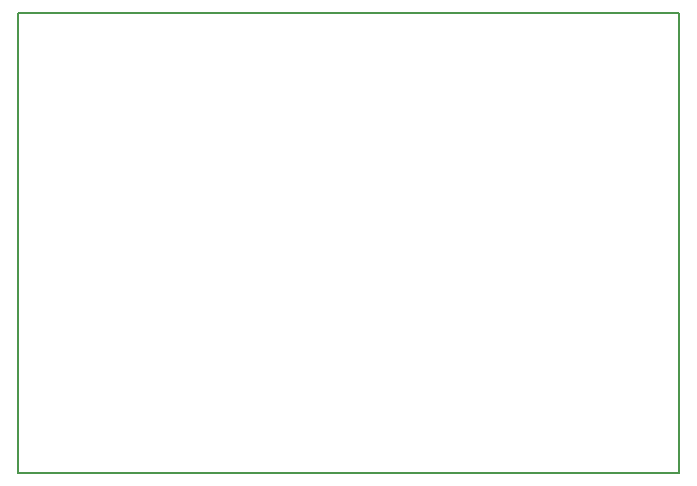
<source format=gko>
%FSLAX25Y25*%
%MOIN*%
G70*
G01*
G75*
G04 Layer_Color=16711935*
%ADD10C,0.03150*%
%ADD11R,0.11811X0.04213*%
%ADD12R,0.03500X0.03000*%
%ADD13R,0.03000X0.03500*%
%ADD14R,0.04299X0.02362*%
%ADD15O,0.05906X0.01969*%
%ADD16O,0.01969X0.05906*%
%ADD17O,0.02756X0.09843*%
%ADD18O,0.09843X0.02756*%
%ADD19R,0.04134X0.08661*%
%ADD20R,0.03937X0.04134*%
%ADD21R,0.09449X0.10236*%
%ADD22R,0.37008X0.27559*%
%ADD23C,0.01000*%
%ADD24C,0.02000*%
%ADD25C,0.04000*%
%ADD26C,0.02500*%
%ADD27C,0.03000*%
%ADD28C,0.05000*%
%ADD29R,0.06500X0.22642*%
%ADD30C,0.06000*%
%ADD31O,0.05906X0.15748*%
%ADD32R,0.06000X0.06000*%
%ADD33R,0.06000X0.06000*%
%ADD34O,0.15748X0.05906*%
%ADD35C,0.02500*%
%ADD36C,0.05000*%
%ADD37R,0.10236X0.09449*%
%ADD38R,0.06000X0.05000*%
%ADD39R,0.05000X0.06000*%
%ADD40R,0.01181X0.01772*%
%ADD41R,0.02362X0.04299*%
%ADD42R,0.07874X0.04921*%
%ADD43R,0.05512X0.06299*%
%ADD44R,0.22000X0.13500*%
%ADD45C,0.00500*%
%ADD46C,0.01969*%
%ADD47C,0.01600*%
%ADD48C,0.00600*%
%ADD49C,0.00800*%
%ADD50R,0.01870X0.17323*%
%ADD51C,0.00100*%
%ADD52R,0.17323X0.01870*%
%ADD53R,0.08412X0.01181*%
%ADD54R,0.12611X0.05013*%
%ADD55R,0.04300X0.03800*%
%ADD56R,0.03800X0.04300*%
%ADD57R,0.05099X0.03162*%
%ADD58O,0.06706X0.02769*%
%ADD59O,0.02769X0.06706*%
%ADD60O,0.03556X0.10642*%
%ADD61O,0.10642X0.03556*%
%ADD62R,0.04934X0.09461*%
%ADD63R,0.04737X0.04934*%
%ADD64R,0.10249X0.11036*%
%ADD65R,0.37808X0.28359*%
%ADD66C,0.06800*%
%ADD67O,0.06706X0.16548*%
%ADD68R,0.06800X0.06800*%
%ADD69R,0.06800X0.06800*%
%ADD70O,0.16548X0.06706*%
%ADD71R,0.11036X0.10249*%
%ADD72R,0.06800X0.05800*%
%ADD73R,0.05800X0.06800*%
%ADD74R,0.01981X0.02572*%
%ADD75R,0.03162X0.05099*%
%ADD76R,0.08674X0.05721*%
%ADD77R,0.06312X0.07099*%
D49*
X220472Y0D02*
Y153543D01*
X0D02*
X220472D01*
X0Y0D02*
Y153543D01*
Y0D02*
X220472D01*
M02*

</source>
